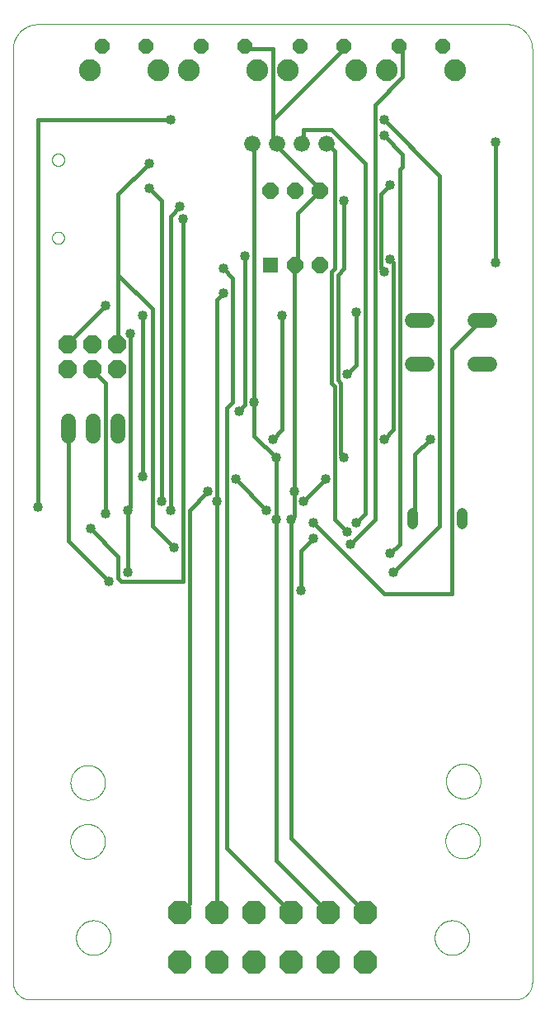
<source format=gbl>
G75*
%MOIN*%
%OFA0B0*%
%FSLAX25Y25*%
%IPPOS*%
%LPD*%
%AMOC8*
5,1,8,0,0,1.08239X$1,22.5*
%
%ADD10C,0.00000*%
%ADD11R,0.06400X0.06400*%
%ADD12OC8,0.06400*%
%ADD13C,0.06000*%
%ADD14C,0.04400*%
%ADD15OC8,0.06000*%
%ADD16C,0.08850*%
%ADD17OC8,0.07400*%
%ADD18OC8,0.09449*%
%ADD19C,0.06600*%
%ADD20C,0.01600*%
%ADD21C,0.04000*%
D10*
X0027679Y0008071D02*
X0027679Y0384666D01*
X0027682Y0384908D01*
X0027691Y0385151D01*
X0027705Y0385393D01*
X0027726Y0385635D01*
X0027752Y0385876D01*
X0027784Y0386116D01*
X0027822Y0386355D01*
X0027866Y0386594D01*
X0027915Y0386831D01*
X0027971Y0387068D01*
X0028031Y0387302D01*
X0028098Y0387535D01*
X0028170Y0387767D01*
X0028248Y0387997D01*
X0028331Y0388224D01*
X0028420Y0388450D01*
X0028514Y0388674D01*
X0028614Y0388895D01*
X0028718Y0389113D01*
X0028828Y0389329D01*
X0028944Y0389543D01*
X0029064Y0389753D01*
X0029190Y0389961D01*
X0029320Y0390165D01*
X0029455Y0390367D01*
X0029596Y0390564D01*
X0029740Y0390759D01*
X0029890Y0390950D01*
X0030044Y0391137D01*
X0030203Y0391320D01*
X0030366Y0391500D01*
X0030533Y0391676D01*
X0030704Y0391847D01*
X0030880Y0392014D01*
X0031060Y0392177D01*
X0031243Y0392336D01*
X0031430Y0392490D01*
X0031621Y0392640D01*
X0031816Y0392784D01*
X0032013Y0392925D01*
X0032215Y0393060D01*
X0032419Y0393190D01*
X0032627Y0393316D01*
X0032837Y0393436D01*
X0033051Y0393552D01*
X0033267Y0393662D01*
X0033485Y0393766D01*
X0033706Y0393866D01*
X0033930Y0393960D01*
X0034156Y0394049D01*
X0034383Y0394132D01*
X0034613Y0394210D01*
X0034845Y0394282D01*
X0035078Y0394349D01*
X0035312Y0394409D01*
X0035549Y0394465D01*
X0035786Y0394514D01*
X0036025Y0394558D01*
X0036264Y0394596D01*
X0036504Y0394628D01*
X0036745Y0394654D01*
X0036987Y0394675D01*
X0037229Y0394689D01*
X0037472Y0394698D01*
X0037714Y0394701D01*
X0227604Y0394701D01*
X0227846Y0394698D01*
X0228087Y0394689D01*
X0228328Y0394675D01*
X0228569Y0394654D01*
X0228809Y0394628D01*
X0229048Y0394596D01*
X0229287Y0394558D01*
X0229524Y0394515D01*
X0229761Y0394466D01*
X0229996Y0394411D01*
X0230230Y0394350D01*
X0230462Y0394284D01*
X0230693Y0394212D01*
X0230922Y0394134D01*
X0231149Y0394051D01*
X0231373Y0393963D01*
X0231596Y0393869D01*
X0231816Y0393770D01*
X0232034Y0393666D01*
X0232249Y0393556D01*
X0232462Y0393441D01*
X0232672Y0393321D01*
X0232878Y0393196D01*
X0233082Y0393066D01*
X0233282Y0392932D01*
X0233480Y0392792D01*
X0233673Y0392648D01*
X0233863Y0392499D01*
X0234050Y0392345D01*
X0234233Y0392187D01*
X0234411Y0392025D01*
X0234586Y0391858D01*
X0234757Y0391687D01*
X0234924Y0391512D01*
X0235086Y0391334D01*
X0235244Y0391151D01*
X0235398Y0390964D01*
X0235547Y0390774D01*
X0235691Y0390581D01*
X0235831Y0390383D01*
X0235965Y0390183D01*
X0236095Y0389979D01*
X0236220Y0389773D01*
X0236340Y0389563D01*
X0236455Y0389350D01*
X0236565Y0389135D01*
X0236669Y0388917D01*
X0236768Y0388697D01*
X0236862Y0388474D01*
X0236950Y0388250D01*
X0237033Y0388023D01*
X0237111Y0387794D01*
X0237183Y0387563D01*
X0237249Y0387331D01*
X0237310Y0387097D01*
X0237365Y0386862D01*
X0237414Y0386625D01*
X0237457Y0386388D01*
X0237495Y0386149D01*
X0237527Y0385910D01*
X0237553Y0385670D01*
X0237574Y0385429D01*
X0237588Y0385188D01*
X0237597Y0384947D01*
X0237600Y0384705D01*
X0237601Y0384705D02*
X0237601Y0008016D01*
X0237599Y0007846D01*
X0237593Y0007677D01*
X0237583Y0007508D01*
X0237568Y0007339D01*
X0237550Y0007170D01*
X0237527Y0007002D01*
X0237501Y0006835D01*
X0237470Y0006668D01*
X0237436Y0006502D01*
X0237397Y0006337D01*
X0237355Y0006173D01*
X0237308Y0006010D01*
X0237258Y0005848D01*
X0237203Y0005687D01*
X0237145Y0005528D01*
X0237083Y0005370D01*
X0237017Y0005214D01*
X0236948Y0005059D01*
X0236874Y0004907D01*
X0236797Y0004756D01*
X0236717Y0004606D01*
X0236633Y0004459D01*
X0236545Y0004314D01*
X0236454Y0004171D01*
X0236359Y0004030D01*
X0236261Y0003892D01*
X0236160Y0003756D01*
X0236055Y0003623D01*
X0235947Y0003492D01*
X0235837Y0003364D01*
X0235723Y0003238D01*
X0235606Y0003115D01*
X0235486Y0002995D01*
X0235363Y0002878D01*
X0235237Y0002764D01*
X0235109Y0002654D01*
X0234978Y0002546D01*
X0234845Y0002441D01*
X0234709Y0002340D01*
X0234571Y0002242D01*
X0234430Y0002147D01*
X0234287Y0002056D01*
X0234142Y0001968D01*
X0233995Y0001884D01*
X0233845Y0001804D01*
X0233694Y0001727D01*
X0233542Y0001653D01*
X0233387Y0001584D01*
X0233231Y0001518D01*
X0233073Y0001456D01*
X0232914Y0001398D01*
X0232753Y0001343D01*
X0232591Y0001293D01*
X0232428Y0001246D01*
X0232264Y0001204D01*
X0232099Y0001165D01*
X0231933Y0001131D01*
X0231766Y0001100D01*
X0231599Y0001074D01*
X0231431Y0001051D01*
X0231262Y0001033D01*
X0231093Y0001018D01*
X0230924Y0001008D01*
X0230755Y0001002D01*
X0230585Y0001000D01*
X0034750Y0001000D01*
X0034579Y0001002D01*
X0034408Y0001008D01*
X0034238Y0001019D01*
X0034068Y0001033D01*
X0033898Y0001052D01*
X0033728Y0001074D01*
X0033560Y0001101D01*
X0033391Y0001132D01*
X0033224Y0001167D01*
X0033058Y0001205D01*
X0032892Y0001248D01*
X0032728Y0001295D01*
X0032565Y0001346D01*
X0032403Y0001401D01*
X0032243Y0001460D01*
X0032084Y0001522D01*
X0031926Y0001588D01*
X0031770Y0001658D01*
X0031616Y0001732D01*
X0031464Y0001810D01*
X0031314Y0001891D01*
X0031165Y0001976D01*
X0031019Y0002064D01*
X0030875Y0002156D01*
X0030733Y0002252D01*
X0030594Y0002350D01*
X0030457Y0002453D01*
X0030322Y0002558D01*
X0030190Y0002667D01*
X0030061Y0002778D01*
X0029935Y0002893D01*
X0029811Y0003011D01*
X0029690Y0003132D01*
X0029572Y0003256D01*
X0029457Y0003382D01*
X0029346Y0003511D01*
X0029237Y0003643D01*
X0029132Y0003778D01*
X0029029Y0003915D01*
X0028931Y0004054D01*
X0028835Y0004196D01*
X0028743Y0004340D01*
X0028655Y0004486D01*
X0028570Y0004635D01*
X0028489Y0004785D01*
X0028411Y0004937D01*
X0028337Y0005091D01*
X0028267Y0005247D01*
X0028201Y0005405D01*
X0028139Y0005564D01*
X0028080Y0005724D01*
X0028025Y0005886D01*
X0027974Y0006049D01*
X0027927Y0006213D01*
X0027884Y0006379D01*
X0027846Y0006545D01*
X0027811Y0006712D01*
X0027780Y0006881D01*
X0027753Y0007049D01*
X0027731Y0007219D01*
X0027712Y0007389D01*
X0027698Y0007559D01*
X0027687Y0007729D01*
X0027681Y0007900D01*
X0027679Y0008071D01*
X0053179Y0026000D02*
X0053181Y0026172D01*
X0053187Y0026343D01*
X0053198Y0026515D01*
X0053213Y0026686D01*
X0053232Y0026857D01*
X0053255Y0027027D01*
X0053282Y0027197D01*
X0053314Y0027366D01*
X0053349Y0027534D01*
X0053389Y0027701D01*
X0053433Y0027867D01*
X0053480Y0028032D01*
X0053532Y0028196D01*
X0053588Y0028358D01*
X0053648Y0028519D01*
X0053712Y0028679D01*
X0053780Y0028837D01*
X0053851Y0028993D01*
X0053926Y0029147D01*
X0054006Y0029300D01*
X0054088Y0029450D01*
X0054175Y0029599D01*
X0054265Y0029745D01*
X0054359Y0029889D01*
X0054456Y0030031D01*
X0054557Y0030170D01*
X0054661Y0030307D01*
X0054768Y0030441D01*
X0054879Y0030572D01*
X0054992Y0030701D01*
X0055109Y0030827D01*
X0055229Y0030950D01*
X0055352Y0031070D01*
X0055478Y0031187D01*
X0055607Y0031300D01*
X0055738Y0031411D01*
X0055872Y0031518D01*
X0056009Y0031622D01*
X0056148Y0031723D01*
X0056290Y0031820D01*
X0056434Y0031914D01*
X0056580Y0032004D01*
X0056729Y0032091D01*
X0056879Y0032173D01*
X0057032Y0032253D01*
X0057186Y0032328D01*
X0057342Y0032399D01*
X0057500Y0032467D01*
X0057660Y0032531D01*
X0057821Y0032591D01*
X0057983Y0032647D01*
X0058147Y0032699D01*
X0058312Y0032746D01*
X0058478Y0032790D01*
X0058645Y0032830D01*
X0058813Y0032865D01*
X0058982Y0032897D01*
X0059152Y0032924D01*
X0059322Y0032947D01*
X0059493Y0032966D01*
X0059664Y0032981D01*
X0059836Y0032992D01*
X0060007Y0032998D01*
X0060179Y0033000D01*
X0060351Y0032998D01*
X0060522Y0032992D01*
X0060694Y0032981D01*
X0060865Y0032966D01*
X0061036Y0032947D01*
X0061206Y0032924D01*
X0061376Y0032897D01*
X0061545Y0032865D01*
X0061713Y0032830D01*
X0061880Y0032790D01*
X0062046Y0032746D01*
X0062211Y0032699D01*
X0062375Y0032647D01*
X0062537Y0032591D01*
X0062698Y0032531D01*
X0062858Y0032467D01*
X0063016Y0032399D01*
X0063172Y0032328D01*
X0063326Y0032253D01*
X0063479Y0032173D01*
X0063629Y0032091D01*
X0063778Y0032004D01*
X0063924Y0031914D01*
X0064068Y0031820D01*
X0064210Y0031723D01*
X0064349Y0031622D01*
X0064486Y0031518D01*
X0064620Y0031411D01*
X0064751Y0031300D01*
X0064880Y0031187D01*
X0065006Y0031070D01*
X0065129Y0030950D01*
X0065249Y0030827D01*
X0065366Y0030701D01*
X0065479Y0030572D01*
X0065590Y0030441D01*
X0065697Y0030307D01*
X0065801Y0030170D01*
X0065902Y0030031D01*
X0065999Y0029889D01*
X0066093Y0029745D01*
X0066183Y0029599D01*
X0066270Y0029450D01*
X0066352Y0029300D01*
X0066432Y0029147D01*
X0066507Y0028993D01*
X0066578Y0028837D01*
X0066646Y0028679D01*
X0066710Y0028519D01*
X0066770Y0028358D01*
X0066826Y0028196D01*
X0066878Y0028032D01*
X0066925Y0027867D01*
X0066969Y0027701D01*
X0067009Y0027534D01*
X0067044Y0027366D01*
X0067076Y0027197D01*
X0067103Y0027027D01*
X0067126Y0026857D01*
X0067145Y0026686D01*
X0067160Y0026515D01*
X0067171Y0026343D01*
X0067177Y0026172D01*
X0067179Y0026000D01*
X0067177Y0025828D01*
X0067171Y0025657D01*
X0067160Y0025485D01*
X0067145Y0025314D01*
X0067126Y0025143D01*
X0067103Y0024973D01*
X0067076Y0024803D01*
X0067044Y0024634D01*
X0067009Y0024466D01*
X0066969Y0024299D01*
X0066925Y0024133D01*
X0066878Y0023968D01*
X0066826Y0023804D01*
X0066770Y0023642D01*
X0066710Y0023481D01*
X0066646Y0023321D01*
X0066578Y0023163D01*
X0066507Y0023007D01*
X0066432Y0022853D01*
X0066352Y0022700D01*
X0066270Y0022550D01*
X0066183Y0022401D01*
X0066093Y0022255D01*
X0065999Y0022111D01*
X0065902Y0021969D01*
X0065801Y0021830D01*
X0065697Y0021693D01*
X0065590Y0021559D01*
X0065479Y0021428D01*
X0065366Y0021299D01*
X0065249Y0021173D01*
X0065129Y0021050D01*
X0065006Y0020930D01*
X0064880Y0020813D01*
X0064751Y0020700D01*
X0064620Y0020589D01*
X0064486Y0020482D01*
X0064349Y0020378D01*
X0064210Y0020277D01*
X0064068Y0020180D01*
X0063924Y0020086D01*
X0063778Y0019996D01*
X0063629Y0019909D01*
X0063479Y0019827D01*
X0063326Y0019747D01*
X0063172Y0019672D01*
X0063016Y0019601D01*
X0062858Y0019533D01*
X0062698Y0019469D01*
X0062537Y0019409D01*
X0062375Y0019353D01*
X0062211Y0019301D01*
X0062046Y0019254D01*
X0061880Y0019210D01*
X0061713Y0019170D01*
X0061545Y0019135D01*
X0061376Y0019103D01*
X0061206Y0019076D01*
X0061036Y0019053D01*
X0060865Y0019034D01*
X0060694Y0019019D01*
X0060522Y0019008D01*
X0060351Y0019002D01*
X0060179Y0019000D01*
X0060007Y0019002D01*
X0059836Y0019008D01*
X0059664Y0019019D01*
X0059493Y0019034D01*
X0059322Y0019053D01*
X0059152Y0019076D01*
X0058982Y0019103D01*
X0058813Y0019135D01*
X0058645Y0019170D01*
X0058478Y0019210D01*
X0058312Y0019254D01*
X0058147Y0019301D01*
X0057983Y0019353D01*
X0057821Y0019409D01*
X0057660Y0019469D01*
X0057500Y0019533D01*
X0057342Y0019601D01*
X0057186Y0019672D01*
X0057032Y0019747D01*
X0056879Y0019827D01*
X0056729Y0019909D01*
X0056580Y0019996D01*
X0056434Y0020086D01*
X0056290Y0020180D01*
X0056148Y0020277D01*
X0056009Y0020378D01*
X0055872Y0020482D01*
X0055738Y0020589D01*
X0055607Y0020700D01*
X0055478Y0020813D01*
X0055352Y0020930D01*
X0055229Y0021050D01*
X0055109Y0021173D01*
X0054992Y0021299D01*
X0054879Y0021428D01*
X0054768Y0021559D01*
X0054661Y0021693D01*
X0054557Y0021830D01*
X0054456Y0021969D01*
X0054359Y0022111D01*
X0054265Y0022255D01*
X0054175Y0022401D01*
X0054088Y0022550D01*
X0054006Y0022700D01*
X0053926Y0022853D01*
X0053851Y0023007D01*
X0053780Y0023163D01*
X0053712Y0023321D01*
X0053648Y0023481D01*
X0053588Y0023642D01*
X0053532Y0023804D01*
X0053480Y0023968D01*
X0053433Y0024133D01*
X0053389Y0024299D01*
X0053349Y0024466D01*
X0053314Y0024634D01*
X0053282Y0024803D01*
X0053255Y0024973D01*
X0053232Y0025143D01*
X0053213Y0025314D01*
X0053198Y0025485D01*
X0053187Y0025657D01*
X0053181Y0025828D01*
X0053179Y0026000D01*
X0050850Y0064839D02*
X0050852Y0065011D01*
X0050858Y0065182D01*
X0050869Y0065354D01*
X0050884Y0065525D01*
X0050903Y0065696D01*
X0050926Y0065866D01*
X0050953Y0066036D01*
X0050985Y0066205D01*
X0051020Y0066373D01*
X0051060Y0066540D01*
X0051104Y0066706D01*
X0051151Y0066871D01*
X0051203Y0067035D01*
X0051259Y0067197D01*
X0051319Y0067358D01*
X0051383Y0067518D01*
X0051451Y0067676D01*
X0051522Y0067832D01*
X0051597Y0067986D01*
X0051677Y0068139D01*
X0051759Y0068289D01*
X0051846Y0068438D01*
X0051936Y0068584D01*
X0052030Y0068728D01*
X0052127Y0068870D01*
X0052228Y0069009D01*
X0052332Y0069146D01*
X0052439Y0069280D01*
X0052550Y0069411D01*
X0052663Y0069540D01*
X0052780Y0069666D01*
X0052900Y0069789D01*
X0053023Y0069909D01*
X0053149Y0070026D01*
X0053278Y0070139D01*
X0053409Y0070250D01*
X0053543Y0070357D01*
X0053680Y0070461D01*
X0053819Y0070562D01*
X0053961Y0070659D01*
X0054105Y0070753D01*
X0054251Y0070843D01*
X0054400Y0070930D01*
X0054550Y0071012D01*
X0054703Y0071092D01*
X0054857Y0071167D01*
X0055013Y0071238D01*
X0055171Y0071306D01*
X0055331Y0071370D01*
X0055492Y0071430D01*
X0055654Y0071486D01*
X0055818Y0071538D01*
X0055983Y0071585D01*
X0056149Y0071629D01*
X0056316Y0071669D01*
X0056484Y0071704D01*
X0056653Y0071736D01*
X0056823Y0071763D01*
X0056993Y0071786D01*
X0057164Y0071805D01*
X0057335Y0071820D01*
X0057507Y0071831D01*
X0057678Y0071837D01*
X0057850Y0071839D01*
X0058022Y0071837D01*
X0058193Y0071831D01*
X0058365Y0071820D01*
X0058536Y0071805D01*
X0058707Y0071786D01*
X0058877Y0071763D01*
X0059047Y0071736D01*
X0059216Y0071704D01*
X0059384Y0071669D01*
X0059551Y0071629D01*
X0059717Y0071585D01*
X0059882Y0071538D01*
X0060046Y0071486D01*
X0060208Y0071430D01*
X0060369Y0071370D01*
X0060529Y0071306D01*
X0060687Y0071238D01*
X0060843Y0071167D01*
X0060997Y0071092D01*
X0061150Y0071012D01*
X0061300Y0070930D01*
X0061449Y0070843D01*
X0061595Y0070753D01*
X0061739Y0070659D01*
X0061881Y0070562D01*
X0062020Y0070461D01*
X0062157Y0070357D01*
X0062291Y0070250D01*
X0062422Y0070139D01*
X0062551Y0070026D01*
X0062677Y0069909D01*
X0062800Y0069789D01*
X0062920Y0069666D01*
X0063037Y0069540D01*
X0063150Y0069411D01*
X0063261Y0069280D01*
X0063368Y0069146D01*
X0063472Y0069009D01*
X0063573Y0068870D01*
X0063670Y0068728D01*
X0063764Y0068584D01*
X0063854Y0068438D01*
X0063941Y0068289D01*
X0064023Y0068139D01*
X0064103Y0067986D01*
X0064178Y0067832D01*
X0064249Y0067676D01*
X0064317Y0067518D01*
X0064381Y0067358D01*
X0064441Y0067197D01*
X0064497Y0067035D01*
X0064549Y0066871D01*
X0064596Y0066706D01*
X0064640Y0066540D01*
X0064680Y0066373D01*
X0064715Y0066205D01*
X0064747Y0066036D01*
X0064774Y0065866D01*
X0064797Y0065696D01*
X0064816Y0065525D01*
X0064831Y0065354D01*
X0064842Y0065182D01*
X0064848Y0065011D01*
X0064850Y0064839D01*
X0064848Y0064667D01*
X0064842Y0064496D01*
X0064831Y0064324D01*
X0064816Y0064153D01*
X0064797Y0063982D01*
X0064774Y0063812D01*
X0064747Y0063642D01*
X0064715Y0063473D01*
X0064680Y0063305D01*
X0064640Y0063138D01*
X0064596Y0062972D01*
X0064549Y0062807D01*
X0064497Y0062643D01*
X0064441Y0062481D01*
X0064381Y0062320D01*
X0064317Y0062160D01*
X0064249Y0062002D01*
X0064178Y0061846D01*
X0064103Y0061692D01*
X0064023Y0061539D01*
X0063941Y0061389D01*
X0063854Y0061240D01*
X0063764Y0061094D01*
X0063670Y0060950D01*
X0063573Y0060808D01*
X0063472Y0060669D01*
X0063368Y0060532D01*
X0063261Y0060398D01*
X0063150Y0060267D01*
X0063037Y0060138D01*
X0062920Y0060012D01*
X0062800Y0059889D01*
X0062677Y0059769D01*
X0062551Y0059652D01*
X0062422Y0059539D01*
X0062291Y0059428D01*
X0062157Y0059321D01*
X0062020Y0059217D01*
X0061881Y0059116D01*
X0061739Y0059019D01*
X0061595Y0058925D01*
X0061449Y0058835D01*
X0061300Y0058748D01*
X0061150Y0058666D01*
X0060997Y0058586D01*
X0060843Y0058511D01*
X0060687Y0058440D01*
X0060529Y0058372D01*
X0060369Y0058308D01*
X0060208Y0058248D01*
X0060046Y0058192D01*
X0059882Y0058140D01*
X0059717Y0058093D01*
X0059551Y0058049D01*
X0059384Y0058009D01*
X0059216Y0057974D01*
X0059047Y0057942D01*
X0058877Y0057915D01*
X0058707Y0057892D01*
X0058536Y0057873D01*
X0058365Y0057858D01*
X0058193Y0057847D01*
X0058022Y0057841D01*
X0057850Y0057839D01*
X0057678Y0057841D01*
X0057507Y0057847D01*
X0057335Y0057858D01*
X0057164Y0057873D01*
X0056993Y0057892D01*
X0056823Y0057915D01*
X0056653Y0057942D01*
X0056484Y0057974D01*
X0056316Y0058009D01*
X0056149Y0058049D01*
X0055983Y0058093D01*
X0055818Y0058140D01*
X0055654Y0058192D01*
X0055492Y0058248D01*
X0055331Y0058308D01*
X0055171Y0058372D01*
X0055013Y0058440D01*
X0054857Y0058511D01*
X0054703Y0058586D01*
X0054550Y0058666D01*
X0054400Y0058748D01*
X0054251Y0058835D01*
X0054105Y0058925D01*
X0053961Y0059019D01*
X0053819Y0059116D01*
X0053680Y0059217D01*
X0053543Y0059321D01*
X0053409Y0059428D01*
X0053278Y0059539D01*
X0053149Y0059652D01*
X0053023Y0059769D01*
X0052900Y0059889D01*
X0052780Y0060012D01*
X0052663Y0060138D01*
X0052550Y0060267D01*
X0052439Y0060398D01*
X0052332Y0060532D01*
X0052228Y0060669D01*
X0052127Y0060808D01*
X0052030Y0060950D01*
X0051936Y0061094D01*
X0051846Y0061240D01*
X0051759Y0061389D01*
X0051677Y0061539D01*
X0051597Y0061692D01*
X0051522Y0061846D01*
X0051451Y0062002D01*
X0051383Y0062160D01*
X0051319Y0062320D01*
X0051259Y0062481D01*
X0051203Y0062643D01*
X0051151Y0062807D01*
X0051104Y0062972D01*
X0051060Y0063138D01*
X0051020Y0063305D01*
X0050985Y0063473D01*
X0050953Y0063642D01*
X0050926Y0063812D01*
X0050903Y0063982D01*
X0050884Y0064153D01*
X0050869Y0064324D01*
X0050858Y0064496D01*
X0050852Y0064667D01*
X0050850Y0064839D01*
X0050919Y0088621D02*
X0050921Y0088793D01*
X0050927Y0088964D01*
X0050938Y0089136D01*
X0050953Y0089307D01*
X0050972Y0089478D01*
X0050995Y0089648D01*
X0051022Y0089818D01*
X0051054Y0089987D01*
X0051089Y0090155D01*
X0051129Y0090322D01*
X0051173Y0090488D01*
X0051220Y0090653D01*
X0051272Y0090817D01*
X0051328Y0090979D01*
X0051388Y0091140D01*
X0051452Y0091300D01*
X0051520Y0091458D01*
X0051591Y0091614D01*
X0051666Y0091768D01*
X0051746Y0091921D01*
X0051828Y0092071D01*
X0051915Y0092220D01*
X0052005Y0092366D01*
X0052099Y0092510D01*
X0052196Y0092652D01*
X0052297Y0092791D01*
X0052401Y0092928D01*
X0052508Y0093062D01*
X0052619Y0093193D01*
X0052732Y0093322D01*
X0052849Y0093448D01*
X0052969Y0093571D01*
X0053092Y0093691D01*
X0053218Y0093808D01*
X0053347Y0093921D01*
X0053478Y0094032D01*
X0053612Y0094139D01*
X0053749Y0094243D01*
X0053888Y0094344D01*
X0054030Y0094441D01*
X0054174Y0094535D01*
X0054320Y0094625D01*
X0054469Y0094712D01*
X0054619Y0094794D01*
X0054772Y0094874D01*
X0054926Y0094949D01*
X0055082Y0095020D01*
X0055240Y0095088D01*
X0055400Y0095152D01*
X0055561Y0095212D01*
X0055723Y0095268D01*
X0055887Y0095320D01*
X0056052Y0095367D01*
X0056218Y0095411D01*
X0056385Y0095451D01*
X0056553Y0095486D01*
X0056722Y0095518D01*
X0056892Y0095545D01*
X0057062Y0095568D01*
X0057233Y0095587D01*
X0057404Y0095602D01*
X0057576Y0095613D01*
X0057747Y0095619D01*
X0057919Y0095621D01*
X0058091Y0095619D01*
X0058262Y0095613D01*
X0058434Y0095602D01*
X0058605Y0095587D01*
X0058776Y0095568D01*
X0058946Y0095545D01*
X0059116Y0095518D01*
X0059285Y0095486D01*
X0059453Y0095451D01*
X0059620Y0095411D01*
X0059786Y0095367D01*
X0059951Y0095320D01*
X0060115Y0095268D01*
X0060277Y0095212D01*
X0060438Y0095152D01*
X0060598Y0095088D01*
X0060756Y0095020D01*
X0060912Y0094949D01*
X0061066Y0094874D01*
X0061219Y0094794D01*
X0061369Y0094712D01*
X0061518Y0094625D01*
X0061664Y0094535D01*
X0061808Y0094441D01*
X0061950Y0094344D01*
X0062089Y0094243D01*
X0062226Y0094139D01*
X0062360Y0094032D01*
X0062491Y0093921D01*
X0062620Y0093808D01*
X0062746Y0093691D01*
X0062869Y0093571D01*
X0062989Y0093448D01*
X0063106Y0093322D01*
X0063219Y0093193D01*
X0063330Y0093062D01*
X0063437Y0092928D01*
X0063541Y0092791D01*
X0063642Y0092652D01*
X0063739Y0092510D01*
X0063833Y0092366D01*
X0063923Y0092220D01*
X0064010Y0092071D01*
X0064092Y0091921D01*
X0064172Y0091768D01*
X0064247Y0091614D01*
X0064318Y0091458D01*
X0064386Y0091300D01*
X0064450Y0091140D01*
X0064510Y0090979D01*
X0064566Y0090817D01*
X0064618Y0090653D01*
X0064665Y0090488D01*
X0064709Y0090322D01*
X0064749Y0090155D01*
X0064784Y0089987D01*
X0064816Y0089818D01*
X0064843Y0089648D01*
X0064866Y0089478D01*
X0064885Y0089307D01*
X0064900Y0089136D01*
X0064911Y0088964D01*
X0064917Y0088793D01*
X0064919Y0088621D01*
X0064917Y0088449D01*
X0064911Y0088278D01*
X0064900Y0088106D01*
X0064885Y0087935D01*
X0064866Y0087764D01*
X0064843Y0087594D01*
X0064816Y0087424D01*
X0064784Y0087255D01*
X0064749Y0087087D01*
X0064709Y0086920D01*
X0064665Y0086754D01*
X0064618Y0086589D01*
X0064566Y0086425D01*
X0064510Y0086263D01*
X0064450Y0086102D01*
X0064386Y0085942D01*
X0064318Y0085784D01*
X0064247Y0085628D01*
X0064172Y0085474D01*
X0064092Y0085321D01*
X0064010Y0085171D01*
X0063923Y0085022D01*
X0063833Y0084876D01*
X0063739Y0084732D01*
X0063642Y0084590D01*
X0063541Y0084451D01*
X0063437Y0084314D01*
X0063330Y0084180D01*
X0063219Y0084049D01*
X0063106Y0083920D01*
X0062989Y0083794D01*
X0062869Y0083671D01*
X0062746Y0083551D01*
X0062620Y0083434D01*
X0062491Y0083321D01*
X0062360Y0083210D01*
X0062226Y0083103D01*
X0062089Y0082999D01*
X0061950Y0082898D01*
X0061808Y0082801D01*
X0061664Y0082707D01*
X0061518Y0082617D01*
X0061369Y0082530D01*
X0061219Y0082448D01*
X0061066Y0082368D01*
X0060912Y0082293D01*
X0060756Y0082222D01*
X0060598Y0082154D01*
X0060438Y0082090D01*
X0060277Y0082030D01*
X0060115Y0081974D01*
X0059951Y0081922D01*
X0059786Y0081875D01*
X0059620Y0081831D01*
X0059453Y0081791D01*
X0059285Y0081756D01*
X0059116Y0081724D01*
X0058946Y0081697D01*
X0058776Y0081674D01*
X0058605Y0081655D01*
X0058434Y0081640D01*
X0058262Y0081629D01*
X0058091Y0081623D01*
X0057919Y0081621D01*
X0057747Y0081623D01*
X0057576Y0081629D01*
X0057404Y0081640D01*
X0057233Y0081655D01*
X0057062Y0081674D01*
X0056892Y0081697D01*
X0056722Y0081724D01*
X0056553Y0081756D01*
X0056385Y0081791D01*
X0056218Y0081831D01*
X0056052Y0081875D01*
X0055887Y0081922D01*
X0055723Y0081974D01*
X0055561Y0082030D01*
X0055400Y0082090D01*
X0055240Y0082154D01*
X0055082Y0082222D01*
X0054926Y0082293D01*
X0054772Y0082368D01*
X0054619Y0082448D01*
X0054469Y0082530D01*
X0054320Y0082617D01*
X0054174Y0082707D01*
X0054030Y0082801D01*
X0053888Y0082898D01*
X0053749Y0082999D01*
X0053612Y0083103D01*
X0053478Y0083210D01*
X0053347Y0083321D01*
X0053218Y0083434D01*
X0053092Y0083551D01*
X0052969Y0083671D01*
X0052849Y0083794D01*
X0052732Y0083920D01*
X0052619Y0084049D01*
X0052508Y0084180D01*
X0052401Y0084314D01*
X0052297Y0084451D01*
X0052196Y0084590D01*
X0052099Y0084732D01*
X0052005Y0084876D01*
X0051915Y0085022D01*
X0051828Y0085171D01*
X0051746Y0085321D01*
X0051666Y0085474D01*
X0051591Y0085628D01*
X0051520Y0085784D01*
X0051452Y0085942D01*
X0051388Y0086102D01*
X0051328Y0086263D01*
X0051272Y0086425D01*
X0051220Y0086589D01*
X0051173Y0086754D01*
X0051129Y0086920D01*
X0051089Y0087087D01*
X0051054Y0087255D01*
X0051022Y0087424D01*
X0050995Y0087594D01*
X0050972Y0087764D01*
X0050953Y0087935D01*
X0050938Y0088106D01*
X0050927Y0088278D01*
X0050921Y0088449D01*
X0050919Y0088621D01*
X0043453Y0308505D02*
X0043455Y0308604D01*
X0043461Y0308703D01*
X0043471Y0308802D01*
X0043485Y0308900D01*
X0043503Y0308997D01*
X0043525Y0309094D01*
X0043550Y0309190D01*
X0043580Y0309284D01*
X0043613Y0309378D01*
X0043650Y0309470D01*
X0043691Y0309560D01*
X0043735Y0309649D01*
X0043783Y0309735D01*
X0043834Y0309820D01*
X0043889Y0309903D01*
X0043947Y0309983D01*
X0044008Y0310061D01*
X0044072Y0310137D01*
X0044139Y0310210D01*
X0044209Y0310280D01*
X0044282Y0310347D01*
X0044358Y0310411D01*
X0044436Y0310472D01*
X0044516Y0310530D01*
X0044599Y0310585D01*
X0044683Y0310636D01*
X0044770Y0310684D01*
X0044859Y0310728D01*
X0044949Y0310769D01*
X0045041Y0310806D01*
X0045135Y0310839D01*
X0045229Y0310869D01*
X0045325Y0310894D01*
X0045422Y0310916D01*
X0045519Y0310934D01*
X0045617Y0310948D01*
X0045716Y0310958D01*
X0045815Y0310964D01*
X0045914Y0310966D01*
X0046013Y0310964D01*
X0046112Y0310958D01*
X0046211Y0310948D01*
X0046309Y0310934D01*
X0046406Y0310916D01*
X0046503Y0310894D01*
X0046599Y0310869D01*
X0046693Y0310839D01*
X0046787Y0310806D01*
X0046879Y0310769D01*
X0046969Y0310728D01*
X0047058Y0310684D01*
X0047144Y0310636D01*
X0047229Y0310585D01*
X0047312Y0310530D01*
X0047392Y0310472D01*
X0047470Y0310411D01*
X0047546Y0310347D01*
X0047619Y0310280D01*
X0047689Y0310210D01*
X0047756Y0310137D01*
X0047820Y0310061D01*
X0047881Y0309983D01*
X0047939Y0309903D01*
X0047994Y0309820D01*
X0048045Y0309736D01*
X0048093Y0309649D01*
X0048137Y0309560D01*
X0048178Y0309470D01*
X0048215Y0309378D01*
X0048248Y0309284D01*
X0048278Y0309190D01*
X0048303Y0309094D01*
X0048325Y0308997D01*
X0048343Y0308900D01*
X0048357Y0308802D01*
X0048367Y0308703D01*
X0048373Y0308604D01*
X0048375Y0308505D01*
X0048373Y0308406D01*
X0048367Y0308307D01*
X0048357Y0308208D01*
X0048343Y0308110D01*
X0048325Y0308013D01*
X0048303Y0307916D01*
X0048278Y0307820D01*
X0048248Y0307726D01*
X0048215Y0307632D01*
X0048178Y0307540D01*
X0048137Y0307450D01*
X0048093Y0307361D01*
X0048045Y0307275D01*
X0047994Y0307190D01*
X0047939Y0307107D01*
X0047881Y0307027D01*
X0047820Y0306949D01*
X0047756Y0306873D01*
X0047689Y0306800D01*
X0047619Y0306730D01*
X0047546Y0306663D01*
X0047470Y0306599D01*
X0047392Y0306538D01*
X0047312Y0306480D01*
X0047229Y0306425D01*
X0047145Y0306374D01*
X0047058Y0306326D01*
X0046969Y0306282D01*
X0046879Y0306241D01*
X0046787Y0306204D01*
X0046693Y0306171D01*
X0046599Y0306141D01*
X0046503Y0306116D01*
X0046406Y0306094D01*
X0046309Y0306076D01*
X0046211Y0306062D01*
X0046112Y0306052D01*
X0046013Y0306046D01*
X0045914Y0306044D01*
X0045815Y0306046D01*
X0045716Y0306052D01*
X0045617Y0306062D01*
X0045519Y0306076D01*
X0045422Y0306094D01*
X0045325Y0306116D01*
X0045229Y0306141D01*
X0045135Y0306171D01*
X0045041Y0306204D01*
X0044949Y0306241D01*
X0044859Y0306282D01*
X0044770Y0306326D01*
X0044684Y0306374D01*
X0044599Y0306425D01*
X0044516Y0306480D01*
X0044436Y0306538D01*
X0044358Y0306599D01*
X0044282Y0306663D01*
X0044209Y0306730D01*
X0044139Y0306800D01*
X0044072Y0306873D01*
X0044008Y0306949D01*
X0043947Y0307027D01*
X0043889Y0307107D01*
X0043834Y0307190D01*
X0043783Y0307274D01*
X0043735Y0307361D01*
X0043691Y0307450D01*
X0043650Y0307540D01*
X0043613Y0307632D01*
X0043580Y0307726D01*
X0043550Y0307820D01*
X0043525Y0307916D01*
X0043503Y0308013D01*
X0043485Y0308110D01*
X0043471Y0308208D01*
X0043461Y0308307D01*
X0043455Y0308406D01*
X0043453Y0308505D01*
X0043453Y0340001D02*
X0043455Y0340100D01*
X0043461Y0340199D01*
X0043471Y0340298D01*
X0043485Y0340396D01*
X0043503Y0340493D01*
X0043525Y0340590D01*
X0043550Y0340686D01*
X0043580Y0340780D01*
X0043613Y0340874D01*
X0043650Y0340966D01*
X0043691Y0341056D01*
X0043735Y0341145D01*
X0043783Y0341231D01*
X0043834Y0341316D01*
X0043889Y0341399D01*
X0043947Y0341479D01*
X0044008Y0341557D01*
X0044072Y0341633D01*
X0044139Y0341706D01*
X0044209Y0341776D01*
X0044282Y0341843D01*
X0044358Y0341907D01*
X0044436Y0341968D01*
X0044516Y0342026D01*
X0044599Y0342081D01*
X0044683Y0342132D01*
X0044770Y0342180D01*
X0044859Y0342224D01*
X0044949Y0342265D01*
X0045041Y0342302D01*
X0045135Y0342335D01*
X0045229Y0342365D01*
X0045325Y0342390D01*
X0045422Y0342412D01*
X0045519Y0342430D01*
X0045617Y0342444D01*
X0045716Y0342454D01*
X0045815Y0342460D01*
X0045914Y0342462D01*
X0046013Y0342460D01*
X0046112Y0342454D01*
X0046211Y0342444D01*
X0046309Y0342430D01*
X0046406Y0342412D01*
X0046503Y0342390D01*
X0046599Y0342365D01*
X0046693Y0342335D01*
X0046787Y0342302D01*
X0046879Y0342265D01*
X0046969Y0342224D01*
X0047058Y0342180D01*
X0047144Y0342132D01*
X0047229Y0342081D01*
X0047312Y0342026D01*
X0047392Y0341968D01*
X0047470Y0341907D01*
X0047546Y0341843D01*
X0047619Y0341776D01*
X0047689Y0341706D01*
X0047756Y0341633D01*
X0047820Y0341557D01*
X0047881Y0341479D01*
X0047939Y0341399D01*
X0047994Y0341316D01*
X0048045Y0341232D01*
X0048093Y0341145D01*
X0048137Y0341056D01*
X0048178Y0340966D01*
X0048215Y0340874D01*
X0048248Y0340780D01*
X0048278Y0340686D01*
X0048303Y0340590D01*
X0048325Y0340493D01*
X0048343Y0340396D01*
X0048357Y0340298D01*
X0048367Y0340199D01*
X0048373Y0340100D01*
X0048375Y0340001D01*
X0048373Y0339902D01*
X0048367Y0339803D01*
X0048357Y0339704D01*
X0048343Y0339606D01*
X0048325Y0339509D01*
X0048303Y0339412D01*
X0048278Y0339316D01*
X0048248Y0339222D01*
X0048215Y0339128D01*
X0048178Y0339036D01*
X0048137Y0338946D01*
X0048093Y0338857D01*
X0048045Y0338771D01*
X0047994Y0338686D01*
X0047939Y0338603D01*
X0047881Y0338523D01*
X0047820Y0338445D01*
X0047756Y0338369D01*
X0047689Y0338296D01*
X0047619Y0338226D01*
X0047546Y0338159D01*
X0047470Y0338095D01*
X0047392Y0338034D01*
X0047312Y0337976D01*
X0047229Y0337921D01*
X0047145Y0337870D01*
X0047058Y0337822D01*
X0046969Y0337778D01*
X0046879Y0337737D01*
X0046787Y0337700D01*
X0046693Y0337667D01*
X0046599Y0337637D01*
X0046503Y0337612D01*
X0046406Y0337590D01*
X0046309Y0337572D01*
X0046211Y0337558D01*
X0046112Y0337548D01*
X0046013Y0337542D01*
X0045914Y0337540D01*
X0045815Y0337542D01*
X0045716Y0337548D01*
X0045617Y0337558D01*
X0045519Y0337572D01*
X0045422Y0337590D01*
X0045325Y0337612D01*
X0045229Y0337637D01*
X0045135Y0337667D01*
X0045041Y0337700D01*
X0044949Y0337737D01*
X0044859Y0337778D01*
X0044770Y0337822D01*
X0044684Y0337870D01*
X0044599Y0337921D01*
X0044516Y0337976D01*
X0044436Y0338034D01*
X0044358Y0338095D01*
X0044282Y0338159D01*
X0044209Y0338226D01*
X0044139Y0338296D01*
X0044072Y0338369D01*
X0044008Y0338445D01*
X0043947Y0338523D01*
X0043889Y0338603D01*
X0043834Y0338686D01*
X0043783Y0338770D01*
X0043735Y0338857D01*
X0043691Y0338946D01*
X0043650Y0339036D01*
X0043613Y0339128D01*
X0043580Y0339222D01*
X0043550Y0339316D01*
X0043525Y0339412D01*
X0043503Y0339509D01*
X0043485Y0339606D01*
X0043471Y0339704D01*
X0043461Y0339803D01*
X0043455Y0339902D01*
X0043453Y0340001D01*
X0202726Y0089198D02*
X0202728Y0089370D01*
X0202734Y0089541D01*
X0202745Y0089713D01*
X0202760Y0089884D01*
X0202779Y0090055D01*
X0202802Y0090225D01*
X0202829Y0090395D01*
X0202861Y0090564D01*
X0202896Y0090732D01*
X0202936Y0090899D01*
X0202980Y0091065D01*
X0203027Y0091230D01*
X0203079Y0091394D01*
X0203135Y0091556D01*
X0203195Y0091717D01*
X0203259Y0091877D01*
X0203327Y0092035D01*
X0203398Y0092191D01*
X0203473Y0092345D01*
X0203553Y0092498D01*
X0203635Y0092648D01*
X0203722Y0092797D01*
X0203812Y0092943D01*
X0203906Y0093087D01*
X0204003Y0093229D01*
X0204104Y0093368D01*
X0204208Y0093505D01*
X0204315Y0093639D01*
X0204426Y0093770D01*
X0204539Y0093899D01*
X0204656Y0094025D01*
X0204776Y0094148D01*
X0204899Y0094268D01*
X0205025Y0094385D01*
X0205154Y0094498D01*
X0205285Y0094609D01*
X0205419Y0094716D01*
X0205556Y0094820D01*
X0205695Y0094921D01*
X0205837Y0095018D01*
X0205981Y0095112D01*
X0206127Y0095202D01*
X0206276Y0095289D01*
X0206426Y0095371D01*
X0206579Y0095451D01*
X0206733Y0095526D01*
X0206889Y0095597D01*
X0207047Y0095665D01*
X0207207Y0095729D01*
X0207368Y0095789D01*
X0207530Y0095845D01*
X0207694Y0095897D01*
X0207859Y0095944D01*
X0208025Y0095988D01*
X0208192Y0096028D01*
X0208360Y0096063D01*
X0208529Y0096095D01*
X0208699Y0096122D01*
X0208869Y0096145D01*
X0209040Y0096164D01*
X0209211Y0096179D01*
X0209383Y0096190D01*
X0209554Y0096196D01*
X0209726Y0096198D01*
X0209898Y0096196D01*
X0210069Y0096190D01*
X0210241Y0096179D01*
X0210412Y0096164D01*
X0210583Y0096145D01*
X0210753Y0096122D01*
X0210923Y0096095D01*
X0211092Y0096063D01*
X0211260Y0096028D01*
X0211427Y0095988D01*
X0211593Y0095944D01*
X0211758Y0095897D01*
X0211922Y0095845D01*
X0212084Y0095789D01*
X0212245Y0095729D01*
X0212405Y0095665D01*
X0212563Y0095597D01*
X0212719Y0095526D01*
X0212873Y0095451D01*
X0213026Y0095371D01*
X0213176Y0095289D01*
X0213325Y0095202D01*
X0213471Y0095112D01*
X0213615Y0095018D01*
X0213757Y0094921D01*
X0213896Y0094820D01*
X0214033Y0094716D01*
X0214167Y0094609D01*
X0214298Y0094498D01*
X0214427Y0094385D01*
X0214553Y0094268D01*
X0214676Y0094148D01*
X0214796Y0094025D01*
X0214913Y0093899D01*
X0215026Y0093770D01*
X0215137Y0093639D01*
X0215244Y0093505D01*
X0215348Y0093368D01*
X0215449Y0093229D01*
X0215546Y0093087D01*
X0215640Y0092943D01*
X0215730Y0092797D01*
X0215817Y0092648D01*
X0215899Y0092498D01*
X0215979Y0092345D01*
X0216054Y0092191D01*
X0216125Y0092035D01*
X0216193Y0091877D01*
X0216257Y0091717D01*
X0216317Y0091556D01*
X0216373Y0091394D01*
X0216425Y0091230D01*
X0216472Y0091065D01*
X0216516Y0090899D01*
X0216556Y0090732D01*
X0216591Y0090564D01*
X0216623Y0090395D01*
X0216650Y0090225D01*
X0216673Y0090055D01*
X0216692Y0089884D01*
X0216707Y0089713D01*
X0216718Y0089541D01*
X0216724Y0089370D01*
X0216726Y0089198D01*
X0216724Y0089026D01*
X0216718Y0088855D01*
X0216707Y0088683D01*
X0216692Y0088512D01*
X0216673Y0088341D01*
X0216650Y0088171D01*
X0216623Y0088001D01*
X0216591Y0087832D01*
X0216556Y0087664D01*
X0216516Y0087497D01*
X0216472Y0087331D01*
X0216425Y0087166D01*
X0216373Y0087002D01*
X0216317Y0086840D01*
X0216257Y0086679D01*
X0216193Y0086519D01*
X0216125Y0086361D01*
X0216054Y0086205D01*
X0215979Y0086051D01*
X0215899Y0085898D01*
X0215817Y0085748D01*
X0215730Y0085599D01*
X0215640Y0085453D01*
X0215546Y0085309D01*
X0215449Y0085167D01*
X0215348Y0085028D01*
X0215244Y0084891D01*
X0215137Y0084757D01*
X0215026Y0084626D01*
X0214913Y0084497D01*
X0214796Y0084371D01*
X0214676Y0084248D01*
X0214553Y0084128D01*
X0214427Y0084011D01*
X0214298Y0083898D01*
X0214167Y0083787D01*
X0214033Y0083680D01*
X0213896Y0083576D01*
X0213757Y0083475D01*
X0213615Y0083378D01*
X0213471Y0083284D01*
X0213325Y0083194D01*
X0213176Y0083107D01*
X0213026Y0083025D01*
X0212873Y0082945D01*
X0212719Y0082870D01*
X0212563Y0082799D01*
X0212405Y0082731D01*
X0212245Y0082667D01*
X0212084Y0082607D01*
X0211922Y0082551D01*
X0211758Y0082499D01*
X0211593Y0082452D01*
X0211427Y0082408D01*
X0211260Y0082368D01*
X0211092Y0082333D01*
X0210923Y0082301D01*
X0210753Y0082274D01*
X0210583Y0082251D01*
X0210412Y0082232D01*
X0210241Y0082217D01*
X0210069Y0082206D01*
X0209898Y0082200D01*
X0209726Y0082198D01*
X0209554Y0082200D01*
X0209383Y0082206D01*
X0209211Y0082217D01*
X0209040Y0082232D01*
X0208869Y0082251D01*
X0208699Y0082274D01*
X0208529Y0082301D01*
X0208360Y0082333D01*
X0208192Y0082368D01*
X0208025Y0082408D01*
X0207859Y0082452D01*
X0207694Y0082499D01*
X0207530Y0082551D01*
X0207368Y0082607D01*
X0207207Y0082667D01*
X0207047Y0082731D01*
X0206889Y0082799D01*
X0206733Y0082870D01*
X0206579Y0082945D01*
X0206426Y0083025D01*
X0206276Y0083107D01*
X0206127Y0083194D01*
X0205981Y0083284D01*
X0205837Y0083378D01*
X0205695Y0083475D01*
X0205556Y0083576D01*
X0205419Y0083680D01*
X0205285Y0083787D01*
X0205154Y0083898D01*
X0205025Y0084011D01*
X0204899Y0084128D01*
X0204776Y0084248D01*
X0204656Y0084371D01*
X0204539Y0084497D01*
X0204426Y0084626D01*
X0204315Y0084757D01*
X0204208Y0084891D01*
X0204104Y0085028D01*
X0204003Y0085167D01*
X0203906Y0085309D01*
X0203812Y0085453D01*
X0203722Y0085599D01*
X0203635Y0085748D01*
X0203553Y0085898D01*
X0203473Y0086051D01*
X0203398Y0086205D01*
X0203327Y0086361D01*
X0203259Y0086519D01*
X0203195Y0086679D01*
X0203135Y0086840D01*
X0203079Y0087002D01*
X0203027Y0087166D01*
X0202980Y0087331D01*
X0202936Y0087497D01*
X0202896Y0087664D01*
X0202861Y0087832D01*
X0202829Y0088001D01*
X0202802Y0088171D01*
X0202779Y0088341D01*
X0202760Y0088512D01*
X0202745Y0088683D01*
X0202734Y0088855D01*
X0202728Y0089026D01*
X0202726Y0089198D01*
X0202516Y0065023D02*
X0202518Y0065195D01*
X0202524Y0065366D01*
X0202535Y0065538D01*
X0202550Y0065709D01*
X0202569Y0065880D01*
X0202592Y0066050D01*
X0202619Y0066220D01*
X0202651Y0066389D01*
X0202686Y0066557D01*
X0202726Y0066724D01*
X0202770Y0066890D01*
X0202817Y0067055D01*
X0202869Y0067219D01*
X0202925Y0067381D01*
X0202985Y0067542D01*
X0203049Y0067702D01*
X0203117Y0067860D01*
X0203188Y0068016D01*
X0203263Y0068170D01*
X0203343Y0068323D01*
X0203425Y0068473D01*
X0203512Y0068622D01*
X0203602Y0068768D01*
X0203696Y0068912D01*
X0203793Y0069054D01*
X0203894Y0069193D01*
X0203998Y0069330D01*
X0204105Y0069464D01*
X0204216Y0069595D01*
X0204329Y0069724D01*
X0204446Y0069850D01*
X0204566Y0069973D01*
X0204689Y0070093D01*
X0204815Y0070210D01*
X0204944Y0070323D01*
X0205075Y0070434D01*
X0205209Y0070541D01*
X0205346Y0070645D01*
X0205485Y0070746D01*
X0205627Y0070843D01*
X0205771Y0070937D01*
X0205917Y0071027D01*
X0206066Y0071114D01*
X0206216Y0071196D01*
X0206369Y0071276D01*
X0206523Y0071351D01*
X0206679Y0071422D01*
X0206837Y0071490D01*
X0206997Y0071554D01*
X0207158Y0071614D01*
X0207320Y0071670D01*
X0207484Y0071722D01*
X0207649Y0071769D01*
X0207815Y0071813D01*
X0207982Y0071853D01*
X0208150Y0071888D01*
X0208319Y0071920D01*
X0208489Y0071947D01*
X0208659Y0071970D01*
X0208830Y0071989D01*
X0209001Y0072004D01*
X0209173Y0072015D01*
X0209344Y0072021D01*
X0209516Y0072023D01*
X0209688Y0072021D01*
X0209859Y0072015D01*
X0210031Y0072004D01*
X0210202Y0071989D01*
X0210373Y0071970D01*
X0210543Y0071947D01*
X0210713Y0071920D01*
X0210882Y0071888D01*
X0211050Y0071853D01*
X0211217Y0071813D01*
X0211383Y0071769D01*
X0211548Y0071722D01*
X0211712Y0071670D01*
X0211874Y0071614D01*
X0212035Y0071554D01*
X0212195Y0071490D01*
X0212353Y0071422D01*
X0212509Y0071351D01*
X0212663Y0071276D01*
X0212816Y0071196D01*
X0212966Y0071114D01*
X0213115Y0071027D01*
X0213261Y0070937D01*
X0213405Y0070843D01*
X0213547Y0070746D01*
X0213686Y0070645D01*
X0213823Y0070541D01*
X0213957Y0070434D01*
X0214088Y0070323D01*
X0214217Y0070210D01*
X0214343Y0070093D01*
X0214466Y0069973D01*
X0214586Y0069850D01*
X0214703Y0069724D01*
X0214816Y0069595D01*
X0214927Y0069464D01*
X0215034Y0069330D01*
X0215138Y0069193D01*
X0215239Y0069054D01*
X0215336Y0068912D01*
X0215430Y0068768D01*
X0215520Y0068622D01*
X0215607Y0068473D01*
X0215689Y0068323D01*
X0215769Y0068170D01*
X0215844Y0068016D01*
X0215915Y0067860D01*
X0215983Y0067702D01*
X0216047Y0067542D01*
X0216107Y0067381D01*
X0216163Y0067219D01*
X0216215Y0067055D01*
X0216262Y0066890D01*
X0216306Y0066724D01*
X0216346Y0066557D01*
X0216381Y0066389D01*
X0216413Y0066220D01*
X0216440Y0066050D01*
X0216463Y0065880D01*
X0216482Y0065709D01*
X0216497Y0065538D01*
X0216508Y0065366D01*
X0216514Y0065195D01*
X0216516Y0065023D01*
X0216514Y0064851D01*
X0216508Y0064680D01*
X0216497Y0064508D01*
X0216482Y0064337D01*
X0216463Y0064166D01*
X0216440Y0063996D01*
X0216413Y0063826D01*
X0216381Y0063657D01*
X0216346Y0063489D01*
X0216306Y0063322D01*
X0216262Y0063156D01*
X0216215Y0062991D01*
X0216163Y0062827D01*
X0216107Y0062665D01*
X0216047Y0062504D01*
X0215983Y0062344D01*
X0215915Y0062186D01*
X0215844Y0062030D01*
X0215769Y0061876D01*
X0215689Y0061723D01*
X0215607Y0061573D01*
X0215520Y0061424D01*
X0215430Y0061278D01*
X0215336Y0061134D01*
X0215239Y0060992D01*
X0215138Y0060853D01*
X0215034Y0060716D01*
X0214927Y0060582D01*
X0214816Y0060451D01*
X0214703Y0060322D01*
X0214586Y0060196D01*
X0214466Y0060073D01*
X0214343Y0059953D01*
X0214217Y0059836D01*
X0214088Y0059723D01*
X0213957Y0059612D01*
X0213823Y0059505D01*
X0213686Y0059401D01*
X0213547Y0059300D01*
X0213405Y0059203D01*
X0213261Y0059109D01*
X0213115Y0059019D01*
X0212966Y0058932D01*
X0212816Y0058850D01*
X0212663Y0058770D01*
X0212509Y0058695D01*
X0212353Y0058624D01*
X0212195Y0058556D01*
X0212035Y0058492D01*
X0211874Y0058432D01*
X0211712Y0058376D01*
X0211548Y0058324D01*
X0211383Y0058277D01*
X0211217Y0058233D01*
X0211050Y0058193D01*
X0210882Y0058158D01*
X0210713Y0058126D01*
X0210543Y0058099D01*
X0210373Y0058076D01*
X0210202Y0058057D01*
X0210031Y0058042D01*
X0209859Y0058031D01*
X0209688Y0058025D01*
X0209516Y0058023D01*
X0209344Y0058025D01*
X0209173Y0058031D01*
X0209001Y0058042D01*
X0208830Y0058057D01*
X0208659Y0058076D01*
X0208489Y0058099D01*
X0208319Y0058126D01*
X0208150Y0058158D01*
X0207982Y0058193D01*
X0207815Y0058233D01*
X0207649Y0058277D01*
X0207484Y0058324D01*
X0207320Y0058376D01*
X0207158Y0058432D01*
X0206997Y0058492D01*
X0206837Y0058556D01*
X0206679Y0058624D01*
X0206523Y0058695D01*
X0206369Y0058770D01*
X0206216Y0058850D01*
X0206066Y0058932D01*
X0205917Y0059019D01*
X0205771Y0059109D01*
X0205627Y0059203D01*
X0205485Y0059300D01*
X0205346Y0059401D01*
X0205209Y0059505D01*
X0205075Y0059612D01*
X0204944Y0059723D01*
X0204815Y0059836D01*
X0204689Y0059953D01*
X0204566Y0060073D01*
X0204446Y0060196D01*
X0204329Y0060322D01*
X0204216Y0060451D01*
X0204105Y0060582D01*
X0203998Y0060716D01*
X0203894Y0060853D01*
X0203793Y0060992D01*
X0203696Y0061134D01*
X0203602Y0061278D01*
X0203512Y0061424D01*
X0203425Y0061573D01*
X0203343Y0061723D01*
X0203263Y0061876D01*
X0203188Y0062030D01*
X0203117Y0062186D01*
X0203049Y0062344D01*
X0202985Y0062504D01*
X0202925Y0062665D01*
X0202869Y0062827D01*
X0202817Y0062991D01*
X0202770Y0063156D01*
X0202726Y0063322D01*
X0202686Y0063489D01*
X0202651Y0063657D01*
X0202619Y0063826D01*
X0202592Y0063996D01*
X0202569Y0064166D01*
X0202550Y0064337D01*
X0202535Y0064508D01*
X0202524Y0064680D01*
X0202518Y0064851D01*
X0202516Y0065023D01*
X0198179Y0026000D02*
X0198181Y0026172D01*
X0198187Y0026343D01*
X0198198Y0026515D01*
X0198213Y0026686D01*
X0198232Y0026857D01*
X0198255Y0027027D01*
X0198282Y0027197D01*
X0198314Y0027366D01*
X0198349Y0027534D01*
X0198389Y0027701D01*
X0198433Y0027867D01*
X0198480Y0028032D01*
X0198532Y0028196D01*
X0198588Y0028358D01*
X0198648Y0028519D01*
X0198712Y0028679D01*
X0198780Y0028837D01*
X0198851Y0028993D01*
X0198926Y0029147D01*
X0199006Y0029300D01*
X0199088Y0029450D01*
X0199175Y0029599D01*
X0199265Y0029745D01*
X0199359Y0029889D01*
X0199456Y0030031D01*
X0199557Y0030170D01*
X0199661Y0030307D01*
X0199768Y0030441D01*
X0199879Y0030572D01*
X0199992Y0030701D01*
X0200109Y0030827D01*
X0200229Y0030950D01*
X0200352Y0031070D01*
X0200478Y0031187D01*
X0200607Y0031300D01*
X0200738Y0031411D01*
X0200872Y0031518D01*
X0201009Y0031622D01*
X0201148Y0031723D01*
X0201290Y0031820D01*
X0201434Y0031914D01*
X0201580Y0032004D01*
X0201729Y0032091D01*
X0201879Y0032173D01*
X0202032Y0032253D01*
X0202186Y0032328D01*
X0202342Y0032399D01*
X0202500Y0032467D01*
X0202660Y0032531D01*
X0202821Y0032591D01*
X0202983Y0032647D01*
X0203147Y0032699D01*
X0203312Y0032746D01*
X0203478Y0032790D01*
X0203645Y0032830D01*
X0203813Y0032865D01*
X0203982Y0032897D01*
X0204152Y0032924D01*
X0204322Y0032947D01*
X0204493Y0032966D01*
X0204664Y0032981D01*
X0204836Y0032992D01*
X0205007Y0032998D01*
X0205179Y0033000D01*
X0205351Y0032998D01*
X0205522Y0032992D01*
X0205694Y0032981D01*
X0205865Y0032966D01*
X0206036Y0032947D01*
X0206206Y0032924D01*
X0206376Y0032897D01*
X0206545Y0032865D01*
X0206713Y0032830D01*
X0206880Y0032790D01*
X0207046Y0032746D01*
X0207211Y0032699D01*
X0207375Y0032647D01*
X0207537Y0032591D01*
X0207698Y0032531D01*
X0207858Y0032467D01*
X0208016Y0032399D01*
X0208172Y0032328D01*
X0208326Y0032253D01*
X0208479Y0032173D01*
X0208629Y0032091D01*
X0208778Y0032004D01*
X0208924Y0031914D01*
X0209068Y0031820D01*
X0209210Y0031723D01*
X0209349Y0031622D01*
X0209486Y0031518D01*
X0209620Y0031411D01*
X0209751Y0031300D01*
X0209880Y0031187D01*
X0210006Y0031070D01*
X0210129Y0030950D01*
X0210249Y0030827D01*
X0210366Y0030701D01*
X0210479Y0030572D01*
X0210590Y0030441D01*
X0210697Y0030307D01*
X0210801Y0030170D01*
X0210902Y0030031D01*
X0210999Y0029889D01*
X0211093Y0029745D01*
X0211183Y0029599D01*
X0211270Y0029450D01*
X0211352Y0029300D01*
X0211432Y0029147D01*
X0211507Y0028993D01*
X0211578Y0028837D01*
X0211646Y0028679D01*
X0211710Y0028519D01*
X0211770Y0028358D01*
X0211826Y0028196D01*
X0211878Y0028032D01*
X0211925Y0027867D01*
X0211969Y0027701D01*
X0212009Y0027534D01*
X0212044Y0027366D01*
X0212076Y0027197D01*
X0212103Y0027027D01*
X0212126Y0026857D01*
X0212145Y0026686D01*
X0212160Y0026515D01*
X0212171Y0026343D01*
X0212177Y0026172D01*
X0212179Y0026000D01*
X0212177Y0025828D01*
X0212171Y0025657D01*
X0212160Y0025485D01*
X0212145Y0025314D01*
X0212126Y0025143D01*
X0212103Y0024973D01*
X0212076Y0024803D01*
X0212044Y0024634D01*
X0212009Y0024466D01*
X0211969Y0024299D01*
X0211925Y0024133D01*
X0211878Y0023968D01*
X0211826Y0023804D01*
X0211770Y0023642D01*
X0211710Y0023481D01*
X0211646Y0023321D01*
X0211578Y0023163D01*
X0211507Y0023007D01*
X0211432Y0022853D01*
X0211352Y0022700D01*
X0211270Y0022550D01*
X0211183Y0022401D01*
X0211093Y0022255D01*
X0210999Y0022111D01*
X0210902Y0021969D01*
X0210801Y0021830D01*
X0210697Y0021693D01*
X0210590Y0021559D01*
X0210479Y0021428D01*
X0210366Y0021299D01*
X0210249Y0021173D01*
X0210129Y0021050D01*
X0210006Y0020930D01*
X0209880Y0020813D01*
X0209751Y0020700D01*
X0209620Y0020589D01*
X0209486Y0020482D01*
X0209349Y0020378D01*
X0209210Y0020277D01*
X0209068Y0020180D01*
X0208924Y0020086D01*
X0208778Y0019996D01*
X0208629Y0019909D01*
X0208479Y0019827D01*
X0208326Y0019747D01*
X0208172Y0019672D01*
X0208016Y0019601D01*
X0207858Y0019533D01*
X0207698Y0019469D01*
X0207537Y0019409D01*
X0207375Y0019353D01*
X0207211Y0019301D01*
X0207046Y0019254D01*
X0206880Y0019210D01*
X0206713Y0019170D01*
X0206545Y0019135D01*
X0206376Y0019103D01*
X0206206Y0019076D01*
X0206036Y0019053D01*
X0205865Y0019034D01*
X0205694Y0019019D01*
X0205522Y0019008D01*
X0205351Y0019002D01*
X0205179Y0019000D01*
X0205007Y0019002D01*
X0204836Y0019008D01*
X0204664Y0019019D01*
X0204493Y0019034D01*
X0204322Y0019053D01*
X0204152Y0019076D01*
X0203982Y0019103D01*
X0203813Y0019135D01*
X0203645Y0019170D01*
X0203478Y0019210D01*
X0203312Y0019254D01*
X0203147Y0019301D01*
X0202983Y0019353D01*
X0202821Y0019409D01*
X0202660Y0019469D01*
X0202500Y0019533D01*
X0202342Y0019601D01*
X0202186Y0019672D01*
X0202032Y0019747D01*
X0201879Y0019827D01*
X0201729Y0019909D01*
X0201580Y0019996D01*
X0201434Y0020086D01*
X0201290Y0020180D01*
X0201148Y0020277D01*
X0201009Y0020378D01*
X0200872Y0020482D01*
X0200738Y0020589D01*
X0200607Y0020700D01*
X0200478Y0020813D01*
X0200352Y0020930D01*
X0200229Y0021050D01*
X0200109Y0021173D01*
X0199992Y0021299D01*
X0199879Y0021428D01*
X0199768Y0021559D01*
X0199661Y0021693D01*
X0199557Y0021830D01*
X0199456Y0021969D01*
X0199359Y0022111D01*
X0199265Y0022255D01*
X0199175Y0022401D01*
X0199088Y0022550D01*
X0199006Y0022700D01*
X0198926Y0022853D01*
X0198851Y0023007D01*
X0198780Y0023163D01*
X0198712Y0023321D01*
X0198648Y0023481D01*
X0198588Y0023642D01*
X0198532Y0023804D01*
X0198480Y0023968D01*
X0198433Y0024133D01*
X0198389Y0024299D01*
X0198349Y0024466D01*
X0198314Y0024634D01*
X0198282Y0024803D01*
X0198255Y0024973D01*
X0198232Y0025143D01*
X0198213Y0025314D01*
X0198198Y0025485D01*
X0198187Y0025657D01*
X0198181Y0025828D01*
X0198179Y0026000D01*
D11*
X0131673Y0297460D03*
D12*
X0141673Y0297460D03*
X0151673Y0297460D03*
X0151673Y0327460D03*
X0141673Y0327460D03*
X0131673Y0327460D03*
D13*
X0188973Y0275172D02*
X0194973Y0275172D01*
X0194973Y0257372D02*
X0188973Y0257372D01*
X0214573Y0257372D02*
X0220573Y0257372D01*
X0220573Y0275172D02*
X0214573Y0275172D01*
X0069993Y0234591D02*
X0069993Y0228591D01*
X0059993Y0228591D02*
X0059993Y0234591D01*
X0049993Y0234591D02*
X0049993Y0228591D01*
D14*
X0189044Y0197633D02*
X0189044Y0193233D01*
X0209044Y0193233D02*
X0209044Y0197633D01*
D15*
X0201579Y0385900D03*
X0183779Y0385900D03*
X0161579Y0385900D03*
X0143779Y0385900D03*
X0121579Y0385900D03*
X0103779Y0385900D03*
X0081579Y0385900D03*
X0063779Y0385900D03*
D16*
X0058879Y0376100D03*
X0086479Y0376100D03*
X0098879Y0376100D03*
X0126479Y0376100D03*
X0138879Y0376100D03*
X0166479Y0376100D03*
X0178879Y0376100D03*
X0206479Y0376100D03*
D17*
X0069795Y0265352D03*
X0069795Y0255352D03*
X0059795Y0255352D03*
X0059795Y0265352D03*
X0049795Y0265352D03*
X0049795Y0255352D03*
D18*
X0095179Y0036000D03*
X0095179Y0016000D03*
X0110179Y0016000D03*
X0110179Y0036000D03*
X0125179Y0036000D03*
X0125179Y0016000D03*
X0140179Y0016000D03*
X0140179Y0036000D03*
X0155179Y0036000D03*
X0155179Y0016000D03*
X0170179Y0016000D03*
X0170179Y0036000D03*
D19*
X0154363Y0346332D03*
X0144363Y0346332D03*
X0134363Y0346332D03*
X0124363Y0346332D03*
D20*
X0125179Y0346000D01*
X0125179Y0242250D01*
X0125179Y0228500D01*
X0133929Y0219750D01*
X0133929Y0194750D01*
X0133929Y0057250D01*
X0155179Y0036000D01*
X0170179Y0036000D02*
X0140179Y0066000D01*
X0140179Y0194750D01*
X0141429Y0196000D01*
X0141429Y0206000D01*
X0141429Y0297250D01*
X0141673Y0297460D01*
X0142679Y0298500D01*
X0142679Y0318500D01*
X0151429Y0327250D01*
X0151673Y0327460D01*
X0151429Y0328500D01*
X0135179Y0344750D01*
X0135179Y0346000D01*
X0134363Y0346332D01*
X0133929Y0347250D01*
X0132679Y0348500D01*
X0132679Y0356000D01*
X0161429Y0384750D01*
X0161579Y0385900D01*
X0185179Y0373500D02*
X0173929Y0362250D01*
X0173929Y0194750D01*
X0163929Y0184750D01*
X0162679Y0189750D02*
X0157679Y0194750D01*
X0157679Y0248500D01*
X0156429Y0249750D01*
X0156429Y0294750D01*
X0157679Y0296000D01*
X0157679Y0343500D01*
X0155179Y0346000D01*
X0154363Y0346332D01*
X0156429Y0352250D02*
X0145179Y0352250D01*
X0145179Y0347250D01*
X0144363Y0346332D01*
X0156429Y0352250D02*
X0170179Y0338500D01*
X0170179Y0197250D01*
X0166429Y0193500D01*
X0153929Y0211000D02*
X0145179Y0202250D01*
X0148929Y0193500D02*
X0177679Y0164750D01*
X0205179Y0164750D01*
X0205179Y0263500D01*
X0216429Y0274750D01*
X0217573Y0275172D01*
X0222679Y0298500D02*
X0222679Y0347250D01*
X0200179Y0333500D02*
X0177679Y0356000D01*
X0177679Y0349750D02*
X0185179Y0342250D01*
X0185179Y0337250D01*
X0183929Y0336000D01*
X0183929Y0184750D01*
X0180179Y0181000D01*
X0181429Y0173500D02*
X0200179Y0192250D01*
X0200179Y0333500D01*
X0180179Y0329750D02*
X0176429Y0326000D01*
X0176429Y0296000D01*
X0177679Y0294750D01*
X0181429Y0298500D02*
X0180179Y0299750D01*
X0181429Y0298500D02*
X0181429Y0231000D01*
X0177679Y0227250D01*
X0190179Y0221000D02*
X0190179Y0196000D01*
X0189044Y0195433D01*
X0190179Y0221000D02*
X0196429Y0227250D01*
X0166429Y0257250D02*
X0166429Y0278500D01*
X0158929Y0293500D02*
X0161429Y0296000D01*
X0161429Y0323500D01*
X0158929Y0293500D02*
X0158929Y0251000D01*
X0160179Y0249750D01*
X0160179Y0221000D01*
X0161429Y0219750D01*
X0162679Y0253500D02*
X0166429Y0257250D01*
X0136429Y0277250D02*
X0136429Y0231000D01*
X0132679Y0227250D01*
X0121429Y0241000D02*
X0118929Y0238500D01*
X0121429Y0241000D02*
X0121429Y0301000D01*
X0116429Y0292250D02*
X0112679Y0296000D01*
X0116429Y0292250D02*
X0116429Y0242250D01*
X0113929Y0239750D01*
X0113929Y0062250D01*
X0140179Y0036000D01*
X0110179Y0036000D02*
X0110179Y0202250D01*
X0110179Y0283500D01*
X0112679Y0286000D01*
X0096429Y0316000D02*
X0096429Y0169750D01*
X0071429Y0169750D01*
X0070179Y0171000D01*
X0070179Y0179750D01*
X0058929Y0191000D01*
X0065179Y0197250D02*
X0065179Y0249750D01*
X0060179Y0254750D01*
X0059795Y0255352D01*
X0069795Y0265352D02*
X0070179Y0266000D01*
X0070179Y0293500D01*
X0083929Y0279750D01*
X0083929Y0192250D01*
X0092679Y0183500D01*
X0091429Y0198500D02*
X0091429Y0317250D01*
X0095179Y0321000D01*
X0087679Y0323500D02*
X0087679Y0202250D01*
X0080179Y0212250D02*
X0080179Y0277250D01*
X0075179Y0269750D02*
X0075179Y0199750D01*
X0073929Y0198500D01*
X0073929Y0173500D01*
X0066429Y0169750D02*
X0050179Y0186000D01*
X0050179Y0231000D01*
X0049993Y0231591D01*
X0049795Y0265352D02*
X0050179Y0266000D01*
X0065179Y0281000D01*
X0070179Y0293500D02*
X0070179Y0326000D01*
X0082679Y0338500D01*
X0082679Y0328500D02*
X0087679Y0323500D01*
X0091429Y0356000D02*
X0037679Y0356000D01*
X0037679Y0199750D01*
X0098929Y0198500D02*
X0098929Y0039750D01*
X0095179Y0036000D01*
X0143929Y0166000D02*
X0143929Y0182250D01*
X0148929Y0187250D01*
X0130179Y0198500D02*
X0117679Y0211000D01*
X0106429Y0206000D02*
X0098929Y0198500D01*
X0132679Y0356000D02*
X0132679Y0384750D01*
X0122679Y0384750D01*
X0121579Y0385900D01*
X0183779Y0385900D02*
X0183929Y0384750D01*
X0185179Y0383500D01*
X0185179Y0373500D01*
D21*
X0177679Y0356000D03*
X0177679Y0349750D03*
X0180179Y0329750D03*
X0180179Y0299750D03*
X0177679Y0294750D03*
X0166429Y0278500D03*
X0162679Y0253500D03*
X0177679Y0227250D03*
X0161429Y0219750D03*
X0153929Y0211000D03*
X0145179Y0202250D03*
X0141429Y0206000D03*
X0140179Y0194750D03*
X0133929Y0194750D03*
X0130179Y0198500D03*
X0117679Y0211000D03*
X0110179Y0202250D03*
X0106429Y0206000D03*
X0091429Y0198500D03*
X0087679Y0202250D03*
X0080179Y0212250D03*
X0073929Y0198500D03*
X0065179Y0197250D03*
X0058929Y0191000D03*
X0066429Y0169750D03*
X0073929Y0173500D03*
X0092679Y0183500D03*
X0118929Y0238500D03*
X0125179Y0242250D03*
X0132679Y0227250D03*
X0133929Y0219750D03*
X0148929Y0193500D03*
X0148929Y0187250D03*
X0143929Y0166000D03*
X0163929Y0184750D03*
X0162679Y0189750D03*
X0166429Y0193500D03*
X0180179Y0181000D03*
X0181429Y0173500D03*
X0196429Y0227250D03*
X0222679Y0298500D03*
X0222679Y0347250D03*
X0161429Y0323500D03*
X0136429Y0277250D03*
X0121429Y0301000D03*
X0112679Y0296000D03*
X0112679Y0286000D03*
X0096429Y0316000D03*
X0095179Y0321000D03*
X0082679Y0328500D03*
X0082679Y0338500D03*
X0091429Y0356000D03*
X0065179Y0281000D03*
X0075179Y0269750D03*
X0080179Y0277250D03*
X0037679Y0199750D03*
M02*

</source>
